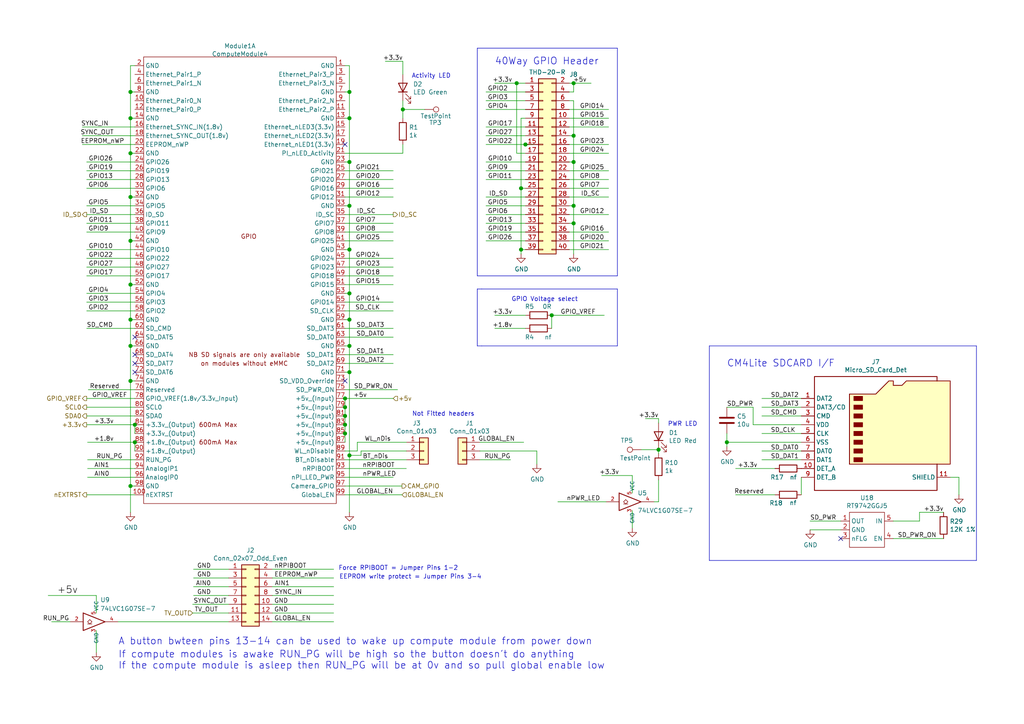
<source format=kicad_sch>
(kicad_sch (version 20211123) (generator eeschema)
  (paper "A4")
  (title_block (title "Compute Module 4 IO Board - GPIO - Ethernet") (rev "1") (company "© 2020-2022 Raspberry Pi Ltd (formerly Raspberry Pi (Trading) Ltd.)") (comment 1 "www.raspberrypi.com"))
  (lib_symbols
    (symbol "CM4IO:74LVC1G07_copy"
      (property "Reference" "U" (at -2.54 3.81 0))
      (property "Value" "74LVC1G07_copy" (at 0 -3.81 0))
      (symbol "74LVC1G07_copy_1_1"
        (pin input line (at -7.62 0 0) (length 3.81) (name "~") (number "2"))
        (pin power_in line (at 0 -2.54 270) (length 0) (name "GND") (number "3"))
        (pin open_collector line (at 6.35 0 180) (length 3.81) (name "~") (number "4"))
        (pin power_in line (at 0 2.54 90) (length 0) (name "VCC") (number "5"))
      )
    )
    (symbol "CM4IO:ComputeModule4-CM4"
      (property "Reference" "Module" (at 113.03 -68.58 0))
      (property "Value" "ComputeModule4-CM4" (at 140.97 2.54 0))
      (property "Field4" "Hirose" (at 0 0 0))
      (property "Field5" "2x DF40C-100DS-0.4V" (at 0 -2.54 0))
      (symbol "ComputeModule4-CM4_1_0"
        (text "GPIO" (at 0 6.35 0) (effects (font (size 1.27 1.27))))
      )
      (symbol "ComputeModule4-CM4_1_1"
        (text "600mA Max" (at -8.89 -53.34 0) (effects (font (size 1.27 1.27))))
        (text "600mA Max" (at -8.89 -48.26 0) (effects (font (size 1.27 1.27))))
        (text "NB SD signals are only available" (at -1.27 -27.94 0) (effects (font (size 1.27 1.27))))
        (text "on modules without eMMC" (at -1.27 -30.48 0) (effects (font (size 1.27 1.27))))
        (pin power_in line (at 27.94 55.88 180) (length 2.54) (name "GND") (number "1"))
        (pin passive line (at -33.02 45.72 0) (length 2.54) (name "Ethernet_Pair0_N") (number "10"))
        (pin output line (at -33.02 -68.58 0) (length 2.54) (name "nEXTRST") (number "100"))
        (pin passive line (at 27.94 43.18 180) (length 2.54) (name "Ethernet_Pair2_P") (number "11"))
        (pin passive line (at -33.02 43.18 0) (length 2.54) (name "Ethernet_Pair0_P") (number "12"))
        (pin power_in line (at 27.94 40.64 180) (length 2.54) (name "GND") (number "13"))
        (pin power_in line (at -33.02 40.64 0) (length 2.54) (name "GND") (number "14"))
        (pin output line (at 27.94 38.1 180) (length 2.54) (name "Ethernet_nLED3(3.3v)") (number "15"))
        (pin input line (at -33.02 38.1 0) (length 2.54) (name "Ethernet_SYNC_IN(1.8v)") (number "16"))
        (pin output line (at 27.94 35.56 180) (length 2.54) (name "Ethernet_nLED2(3.3v)") (number "17"))
        (pin input line (at -33.02 35.56 0) (length 2.54) (name "Ethernet_SYNC_OUT(1.8v)") (number "18"))
        (pin output line (at 27.94 33.02 180) (length 2.54) (name "Ethernet_nLED1(3.3v)") (number "19"))
        (pin power_in line (at -33.02 55.88 0) (length 2.54) (name "GND") (number "2"))
        (pin passive line (at -33.02 33.02 0) (length 2.54) (name "EEPROM_nWP") (number "20"))
        (pin open_collector line (at 27.94 30.48 180) (length 2.54) (name "PI_nLED_Activity") (number "21"))
        (pin power_in line (at -33.02 30.48 0) (length 2.54) (name "GND") (number "22"))
        (pin power_in line (at 27.94 27.94 180) (length 2.54) (name "GND") (number "23"))
        (pin passive line (at -33.02 27.94 0) (length 2.54) (name "GPIO26") (number "24"))
        (pin passive line (at 27.94 25.4 180) (length 2.54) (name "GPIO21") (number "25"))
        (pin passive line (at -33.02 25.4 0) (length 2.54) (name "GPIO19") (number "26"))
        (pin passive line (at 27.94 22.86 180) (length 2.54) (name "GPIO20") (number "27"))
        (pin passive line (at -33.02 22.86 0) (length 2.54) (name "GPIO13") (number "28"))
        (pin passive line (at 27.94 20.32 180) (length 2.54) (name "GPIO16") (number "29"))
        (pin passive line (at 27.94 53.34 180) (length 2.54) (name "Ethernet_Pair3_P") (number "3"))
        (pin passive line (at -33.02 20.32 0) (length 2.54) (name "GPIO6") (number "30"))
        (pin passive line (at 27.94 17.78 180) (length 2.54) (name "GPIO12") (number "31"))
        (pin power_in line (at -33.02 17.78 0) (length 2.54) (name "GND") (number "32"))
        (pin power_in line (at 27.94 15.24 180) (length 2.54) (name "GND") (number "33"))
        (pin passive line (at -33.02 15.24 0) (length 2.54) (name "GPIO5") (number "34"))
        (pin passive line (at 27.94 12.7 180) (length 2.54) (name "ID_SC") (number "35"))
        (pin passive line (at -33.02 12.7 0) (length 2.54) (name "ID_SD") (number "36"))
        (pin passive line (at 27.94 10.16 180) (length 2.54) (name "GPIO7") (number "37"))
        (pin passive line (at -33.02 10.16 0) (length 2.54) (name "GPIO11") (number "38"))
        (pin passive line (at 27.94 7.62 180) (length 2.54) (name "GPIO8") (number "39"))
        (pin passive line (at -33.02 53.34 0) (length 2.54) (name "Ethernet_Pair1_P") (number "4"))
        (pin passive line (at -33.02 7.62 0) (length 2.54) (name "GPIO9") (number "40"))
        (pin passive line (at 27.94 5.08 180) (length 2.54) (name "GPIO25") (number "41"))
        (pin power_in line (at -33.02 5.08 0) (length 2.54) (name "GND") (number "42"))
        (pin power_in line (at 27.94 2.54 180) (length 2.54) (name "GND") (number "43"))
        (pin passive line (at -33.02 2.54 0) (length 2.54) (name "GPIO10") (number "44"))
        (pin passive line (at 27.94 0 180) (length 2.54) (name "GPIO24") (number "45"))
        (pin passive line (at -33.02 0 0) (length 2.54) (name "GPIO22") (number "46"))
        (pin passive line (at 27.94 -2.54 180) (length 2.54) (name "GPIO23") (number "47"))
        (pin passive line (at -33.02 -2.54 0) (length 2.54) (name "GPIO27") (number "48"))
        (pin passive line (at 27.94 -5.08 180) (length 2.54) (name "GPIO18") (number "49"))
        (pin passive line (at 27.94 50.8 180) (length 2.54) (name "Ethernet_Pair3_N") (number "5"))
        (pin passive line (at -33.02 -5.08 0) (length 2.54) (name "GPIO17") (number "50"))
        (pin passive line (at 27.94 -7.62 180) (length 2.54) (name "GPIO15") (number "51"))
        (pin power_in line (at -33.02 -7.62 0) (length 2.54) (name "GND") (number "52"))
        (pin power_in line (at 27.94 -10.16 180) (length 2.54) (name "GND") (number "53"))
        (pin passive line (at -33.02 -10.16 0) (length 2.54) (name "GPIO4") (number "54"))
        (pin passive line (at 27.94 -12.7 180) (length 2.54) (name "GPIO14") (number "55"))
        (pin passive line (at -33.02 -12.7 0) (length 2.54) (name "GPIO3") (number "56"))
        (pin passive line (at 27.94 -15.24 180) (length 2.54) (name "SD_CLK") (number "57"))
        (pin passive line (at -33.02 -15.24 0) (length 2.54) (name "GPIO2") (number "58"))
        (pin power_in line (at 27.94 -17.78 180) (length 2.54) (name "GND") (number "59"))
        (pin passive line (at -33.02 50.8 0) (length 2.54) (name "Ethernet_Pair1_N") (number "6"))
        (pin power_in line (at -33.02 -17.78 0) (length 2.54) (name "GND") (number "60"))
        (pin passive line (at 27.94 -20.32 180) (length 2.54) (name "SD_DAT3") (number "61"))
        (pin passive line (at -33.02 -20.32 0) (length 2.54) (name "SD_CMD") (number "62"))
        (pin passive line (at 27.94 -22.86 180) (length 2.54) (name "SD_DAT0") (number "63"))
        (pin passive line (at -33.02 -22.86 0) (length 2.54) (name "SD_DAT5") (number "64"))
        (pin power_in line (at 27.94 -25.4 180) (length 2.54) (name "GND") (number "65"))
        (pin power_in line (at -33.02 -25.4 0) (length 2.54) (name "GND") (number "66"))
        (pin passive line (at 27.94 -27.94 180) (length 2.54) (name "SD_DAT1") (number "67"))
        (pin passive line (at -33.02 -27.94 0) (length 2.54) (name "SD_DAT4") (number "68"))
        (pin passive line (at 27.94 -30.48 180) (length 2.54) (name "SD_DAT2") (number "69"))
        (pin power_in line (at 27.94 48.26 180) (length 2.54) (name "GND") (number "7"))
        (pin passive line (at -33.02 -30.48 0) (length 2.54) (name "SD_DAT7") (number "70"))
        (pin power_in line (at 27.94 -33.02 180) (length 2.54) (name "GND") (number "71"))
        (pin passive line (at -33.02 -33.02 0) (length 2.54) (name "SD_DAT6") (number "72"))
        (pin input line (at 27.94 -35.56 180) (length 2.54) (name "SD_VDD_Override") (number "73"))
        (pin power_in line (at -33.02 -35.56 0) (length 2.54) (name "GND") (number "74"))
        (pin output line (at 27.94 -38.1 180) (length 2.54) (name "SD_PWR_ON") (number "75"))
        (pin passive line (at -33.02 -38.1 0) (length 2.54) (name "Reserved") (number "76"))
        (pin power_in line (at 27.94 -40.64 180) (length 2.54) (name "+5v_(Input)") (number "77"))
        (pin power_in line (at -33.02 -40.64 0) (length 2.54) (name "GPIO_VREF(1.8v/3.3v_Input)") (number "78"))
        (pin power_in line (at 27.94 -43.18 180) (length 2.54) (name "+5v_(Input)") (number "79"))
        (pin power_in line (at -33.02 48.26 0) (length 2.54) (name "GND") (number "8"))
        (pin passive line (at -33.02 -43.18 0) (length 2.54) (name "SCL0") (number "80"))
        (pin power_in line (at 27.94 -45.72 180) (length 2.54) (name "+5v_(Input)") (number "81"))
        (pin passive line (at -33.02 -45.72 0) (length 2.54) (name "SDA0") (number "82"))
        (pin power_in line (at 27.94 -48.26 180) (length 2.54) (name "+5v_(Input)") (number "83"))
        (pin power_out line (at -33.02 -48.26 0) (length 2.54) (name "+3.3v_(Output)") (number "84"))
        (pin power_in line (at 27.94 -50.8 180) (length 2.54) (name "+5v_(Input)") (number "85"))
        (pin power_out line (at -33.02 -50.8 0) (length 2.54) (name "+3.3v_(Output)") (number "86"))
        (pin power_in line (at 27.94 -53.34 180) (length 2.54) (name "+5v_(Input)") (number "87"))
        (pin power_out line (at -33.02 -53.34 0) (length 2.54) (name "+1.8v_(Output)") (number "88"))
        (pin input line (at 27.94 -55.88 180) (length 2.54) (name "WL_nDisable") (number "89"))
        (pin passive line (at 27.94 45.72 180) (length 2.54) (name "Ethernet_Pair2_N") (number "9"))
        (pin power_out line (at -33.02 -55.88 0) (length 2.54) (name "+1.8v_(Output)") (number "90"))
        (pin input line (at 27.94 -58.42 180) (length 2.54) (name "BT_nDisable") (number "91"))
        (pin passive line (at -33.02 -58.42 0) (length 2.54) (name "RUN_PG") (number "92"))
        (pin input line (at 27.94 -60.96 180) (length 2.54) (name "nRPIBOOT") (number "93"))
        (pin passive line (at -33.02 -60.96 0) (length 2.54) (name "AnalogIP1") (number "94"))
        (pin output line (at 27.94 -63.5 180) (length 2.54) (name "nPI_LED_PWR") (number "95"))
        (pin passive line (at -33.02 -63.5 0) (length 2.54) (name "AnalogIP0") (number "96"))
        (pin passive line (at 27.94 -66.04 180) (length 2.54) (name "Camera_GPIO") (number "97"))
        (pin power_in line (at -33.02 -66.04 0) (length 2.54) (name "GND") (number "98"))
        (pin input line (at 27.94 -68.58 180) (length 2.54) (name "Global_EN") (number "99"))
      )
      (symbol "ComputeModule4-CM4_2_1"
        (text "High Speed Serial" (at 140.97 0 0) (effects (font (size 1.27 1.27))))
        (pin input line (at 170.18 60.96 180) (length 5.08) (name "USB_OTG_ID") (number "101"))
        (pin input line (at 109.22 60.96 0) (length 5.08) (name "PCIe_CLK_nREQ") (number "102"))
        (pin passive line (at 170.18 58.42 180) (length 5.08) (name "USB2_N") (number "103"))
        (pin passive line (at 109.22 58.42 0) (length 5.08) (name "Reserved") (number "104"))
        (pin passive line (at 170.18 55.88 180) (length 5.08) (name "USB2_P") (number "105"))
        (pin passive line (at 109.22 55.88 0) (length 5.08) (name "Reserved") (number "106"))
        (pin power_in line (at 170.18 53.34 180) (length 5.08) (name "GND") (number "107"))
        (pin power_in line (at 109.22 53.34 0) (length 5.08) (name "GND") (number "108"))
        (pin bidirectional line (at 170.18 50.8 180) (length 5.08) (name "PCIe_nRST") (number "109"))
        (pin output line (at 109.22 50.8 0) (length 5.08) (name "PCIe_CLK_P") (number "110"))
        (pin passive line (at 170.18 48.26 180) (length 5.08) (name "VDAC_COMP") (number "111"))
        (pin output line (at 109.22 48.26 0) (length 5.08) (name "PCIe_CLK_N") (number "112"))
        (pin power_in line (at 170.18 45.72 180) (length 5.08) (name "GND") (number "113"))
        (pin power_in line (at 109.22 45.72 0) (length 5.08) (name "GND") (number "114"))
        (pin input line (at 170.18 43.18 180) (length 5.08) (name "CAM1_D0_N") (number "115"))
        (pin input line (at 109.22 43.18 0) (length 5.08) (name "PCIe_RX_P") (number "116"))
        (pin input line (at 170.18 40.64 180) (length 5.08) (name "CAM1_D0_P") (number "117"))
        (pin input line (at 109.22 40.64 0) (length 5.08) (name "PCIe_RX_N") (number "118"))
        (pin power_in line (at 170.18 38.1 180) (length 5.08) (name "GND") (number "119"))
        (pin power_in line (at 109.22 38.1 0) (length 5.08) (name "GND") (number "120"))
        (pin input line (at 170.18 35.56 180) (length 5.08) (name "CAM1_D1_N") (number "121"))
        (pin output line (at 109.22 35.56 0) (length 5.08) (name "PCIe_TX_P") (number "122"))
        (pin input line (at 170.18 33.02 180) (length 5.08) (name "CAM1_D1_P") (number "123"))
        (pin output line (at 109.22 33.02 0) (length 5.08) (name "PCIe_TX_N") (number "124"))
        (pin power_in line (at 170.18 30.48 180) (length 5.08) (name "GND") (number "125"))
        (pin power_in line (at 109.22 30.48 0) (length 5.08) (name "GND") (number "126"))
        (pin input line (at 170.18 27.94 180) (length 5.08) (name "CAM1_C_N") (number "127"))
        (pin input line (at 109.22 27.94 0) (length 5.08) (name "CAM0_D0_N") (number "128"))
        (pin input line (at 170.18 25.4 180) (length 5.08) (name "CAM1_C_P") (number "129"))
        (pin input line (at 109.22 25.4 0) (length 5.08) (name "CAM0_D0_P") (number "130"))
        (pin power_in line (at 170.18 22.86 180) (length 5.08) (name "GND") (number "131"))
        (pin power_in line (at 109.22 22.86 0) (length 5.08) (name "GND") (number "132"))
        (pin input line (at 170.18 20.32 180) (length 5.08) (name "CAM1_D2_N") (number "133"))
        (pin input line (at 109.22 20.32 0) (length 5.08) (name "CAM0_D1_N") (number "134"))
        (pin input line (at 170.18 17.78 180) (length 5.08) (name "CAM1_D2_P") (number "135"))
        (pin input line (at 109.22 17.78 0) (length 5.08) (name "CAM0_D1_P") (number "136"))
        (pin power_in line (at 170.18 15.24 180) (length 5.08) (name "GND") (number "137"))
        (pin power_in line (at 109.22 15.24 0) (length 5.08) (name "GND") (number "138"))
        (pin input line (at 170.18 12.7 180) (length 5.08) (name "CAM1_D3_N") (number "139"))
        (pin input line (at 109.22 12.7 0) (length 5.08) (name "CAM0_C_N") (number "140"))
        (pin input line (at 170.18 10.16 180) (length 5.08) (name "CAM1_D3_P") (number "141"))
        (pin input line (at 109.22 10.16 0) (length 5.08) (name "CAM0_C_P") (number "142"))
        (pin input line (at 170.18 7.62 180) (length 5.08) (name "HDMI1_HOTPLUG") (number "143"))
        (pin power_in line (at 109.22 7.62 0) (length 5.08) (name "GND") (number "144"))
        (pin bidirectional line (at 170.18 5.08 180) (length 5.08) (name "HDMI1_SDA") (number "145"))
        (pin output line (at 109.22 5.08 0) (length 5.08) (name "HDMI1_TX2_P") (number "146"))
        (pin open_collector line (at 170.18 2.54 180) (length 5.08) (name "HDMI1_SCL") (number "147"))
        (pin output line (at 109.22 2.54 0) (length 5.08) (name "HDMI1_TX2_N") (number "148"))
        (pin open_collector line (at 170.18 0 180) (length 5.08) (name "HDMI1_CEC") (number "149"))
        (pin power_in line (at 109.22 0 0) (length 5.08) (name "GND") (number "150"))
        (pin open_collector line (at 170.18 -2.54 180) (length 5.08) (name "HDMI0_CEC") (number "151"))
        (pin output line (at 109.22 -2.54 0) (length 5.08) (name "HDMI1_TX1_P") (number "152"))
        (pin input line (at 170.18 -5.08 180) (length 5.08) (name "HDMI0_HOTPLUG") (number "153"))
        (pin output line (at 109.22 -5.08 0) (length 5.08) (name "HDMI1_TX1_N") (number "154"))
        (pin power_in line (at 170.18 -7.62 180) (length 5.08) (name "GND") (number "155"))
        (pin power_in line (at 109.22 -7.62 0) (length 5.08) (name "GND") (number "156"))
        (pin output line (at 170.18 -10.16 180) (length 5.08) (name "DSI0_D0_N") (number "157"))
        (pin output line (at 109.22 -10.16 0) (length 5.08) (name "HDMI1_TX0_P") (number "158"))
        (pin output line (at 170.18 -12.7 180) (length 5.08) (name "DSI0_D0_P") (number "159"))
        (pin output line (at 109.22 -12.7 0) (length 5.08) (name "HDMI1_TX0_N") (number "160"))
        (pin power_in line (at 170.18 -15.24 180) (length 5.08) (name "GND") (number "161"))
        (pin power_in line (at 109.22 -15.24 0) (length 5.08) (name "GND") (number "162"))
        (pin output line (at 170.18 -17.78 180) (length 5.08) (name "DSI0_D1_N") (number "163"))
        (pin output line (at 109.22 -17.78 0) (length 5.08) (name "HDMI1_CLK_P") (number "164"))
        (pin output line (at 170.18 -20.32 180) (length 5.08) (name "DSI0_D1_P") (number "165"))
        (pin output line (at 109.22 -20.32 0) (length 5.08) (name "HDMI1_CLK_N") (number "166"))
        (pin power_in line (at 170.18 -22.86 180) (length 5.08) (name "GND") (number "167"))
        (pin power_in line (at 109.22 -22.86 0) (length 5.08) (name "GND") (number "168"))
        (pin output line (at 170.18 -25.4 180) (length 5.08) (name "DSI0_C_N") (number "169"))
        (pin output line (at 109.22 -25.4 0) (length 5.08) (name "HDMI0_TX2_P") (number "170"))
        (pin output line (at 170.18 -27.94 180) (length 5.08) (name "DSI0_C_P") (number "171"))
        (pin output line (at 109.22 -27.94 0) (length 5.08) (name "HDMI0_TX2_N") (number "172"))
        (pin power_in line (at 170.18 -30.48 180) (length 5.08) (name "GND") (number "173"))
        (pin power_in line (at 109.22 -30.48 0) (length 5.08) (name "GND") (number "174"))
        (pin output line (at 170.18 -33.02 180) (length 5.08) (name "DSI1_D0_N") (number "175"))
        (pin output line (at 109.22 -33.02 0) (length 5.08) (name "HDMI0_TX1_P") (number "176"))
        (pin output line (at 170.18 -35.56 180) (length 5.08) (name "DSI1_D0_P") (number "177"))
        (pin output line (at 109.22 -35.56 0) (length 5.08) (name "HDMI0_TX1_N") (number "178"))
        (pin power_in line (at 170.18 -38.1 180) (length 5.08) (name "GND") (number "179"))
        (pin power_in line (at 109.22 -38.1 0) (length 5.08) (name "GND") (number "180"))
        (pin output line (at 170.18 -40.64 180) (length 5.08) (name "DSI1_D1_N") (number "181"))
        (pin output line (at 109.22 -40.64 0) (length 5.08) (name "HDMI0_TX0_P") (number "182"))
        (pin output line (at 170.18 -43.18 180) (length 5.08) (name "DSI1_D1_P") (number "183"))
        (pin output line (at 109.22 -43.18 0) (length 5.08) (name "HDMI0_TX0_N") (number "184"))
        (pin power_in line (at 170.18 -45.72 180) (length 5.08) (name "GND") (number "185"))
        (pin power_in line (at 109.22 -45.72 0) (length 5.08) (name "GND") (number "186"))
        (pin output line (at 170.18 -48.26 180) (length 5.08) (name "DSI1_C_N") (number "187"))
        (pin output line (at 109.22 -48.26 0) (length 5.08) (name "HDMI0_CLK_P") (number "188"))
        (pin output line (at 170.18 -50.8 180) (length 5.08) (name "DSI1_C_P") (number "189"))
        (pin output line (at 109.22 -50.8 0) (length 5.08) (name "HDMI0_CLK_N") (number "190"))
        (pin power_in line (at 170.18 -53.34 180) (length 5.08) (name "GND") (number "191"))
        (pin power_in line (at 109.22 -53.34 0) (length 5.08) (name "GND") (number "192"))
        (pin output line (at 170.18 -55.88 180) (length 5.08) (name "DSI1_D2_N") (number "193"))
        (pin output line (at 109.22 -55.88 0) (length 5.08) (name "DSI1_D3_N") (number "194"))
        (pin output line (at 170.18 -58.42 180) (length 5.08) (name "DSI1_D2_P") (number "195"))
        (pin output line (at 109.22 -58.42 0) (length 5.08) (name "DSI1_D3_P") (number "196"))
        (pin power_in line (at 170.18 -60.96 180) (length 5.08) (name "GND") (number "197"))
        (pin power_in line (at 109.22 -60.96 0) (length 5.08) (name "GND") (number "198"))
        (pin bidirectional line (at 170.18 -63.5 180) (length 5.08) (name "HDMI0_SDA") (number "199"))
        (pin open_collector line (at 109.22 -63.5 0) (length 5.08) (name "HDMI0_SCL") (number "200"))
      )
    )
    (symbol "CM4IO:RT9742GGJ5"
      (property "Reference" "U" (at 0 0 0))
      (property "Value" "RT9742GGJ5" (at 0 0 0))
      (symbol "RT9742GGJ5_0_0"
        (pin power_out line (at -8.89 10.16 0) (length 2.54) (name "OUT") (number "1"))
        (pin power_in line (at -8.89 7.62 0) (length 2.54) (name "GND") (number "2"))
        (pin open_collector line (at -8.89 5.08 0) (length 2.54) (name "nFLG") (number "3"))
        (pin input line (at 6.35 5.08 180) (length 2.54) (name "EN") (number "4"))
        (pin power_in line (at 6.35 10.16 180) (length 2.54) (name "IN") (number "5"))
      )
    )
    (symbol "Connector:Micro_SD_Card_Det"
      (property "Reference" "J" (at -16.51 17.78 0))
      (property "Value" "Micro_SD_Card_Det" (at 16.51 17.78 0))
      (symbol "Micro_SD_Card_Det_1_1"
        (pin bidirectional line (at -22.86 10.16 0) (length 3.81) (name "DAT2") (number "1"))
        (pin passive line (at -22.86 -10.16 0) (length 3.81) (name "DET_A") (number "10"))
        (pin passive line (at 20.32 -12.7 180) (length 3.81) (name "SHIELD") (number "11"))
        (pin bidirectional line (at -22.86 7.62 0) (length 3.81) (name "DAT3/CD") (number "2"))
        (pin input line (at -22.86 5.08 0) (length 3.81) (name "CMD") (number "3"))
        (pin power_in line (at -22.86 2.54 0) (length 3.81) (name "VDD") (number "4"))
        (pin input line (at -22.86 0 0) (length 3.81) (name "CLK") (number "5"))
        (pin power_in line (at -22.86 -2.54 0) (length 3.81) (name "VSS") (number "6"))
        (pin bidirectional line (at -22.86 -5.08 0) (length 3.81) (name "DAT0") (number "7"))
        (pin bidirectional line (at -22.86 -7.62 0) (length 3.81) (name "DAT1") (number "8"))
        (pin passive line (at -22.86 -12.7 0) (length 3.81) (name "DET_B") (number "9"))
      )
    )
    (symbol "Connector:TestPoint" (pin_numbers hide) (pin_names (offset 0.762) hide)
      (property "Reference" "TP" (at 0 6.858 0))
      (property "Value" "TestPoint" (at 0 5.08 0))
      (symbol "TestPoint_1_1"
        (pin passive line (at 0 0 90) (length 2.54) (name "1") (number "1"))
      )
    )
    (symbol "Connector_Generic:Conn_01x03" (pin_names hide)
      (property "Reference" "J" (at 0 5.08 0))
      (property "Value" "Conn_01x03" (at 0 -5.08 0))
      (symbol "Conn_01x03_1_1"
        (pin passive line (at -5.08 2.54 0) (length 3.81) (name "Pin_1") (number "1"))
        (pin passive line (at -5.08 0 0) (length 3.81) (name "Pin_2") (number "2"))
        (pin passive line (at -5.08 -2.54 0) (length 3.81) (name "Pin_3") (number "3"))
      )
    )
    (symbol "Connector_Generic:Conn_02x07_Odd_Even" (pin_names hide)
      (property "Reference" "J" (at 1.27 10.16 0))
      (property "Value" "Conn_02x07_Odd_Even" (at 1.27 -10.16 0))
      (symbol "Conn_02x07_Odd_Even_1_1"
        (pin passive line (at -5.08 7.62 0) (length 3.81) (name "Pin_1") (number "1"))
        (pin passive line (at 7.62 -2.54 180) (length 3.81) (name "Pin_10") (number "10"))
        (pin passive line (at -5.08 -5.08 0) (length 3.81) (name "Pin_11") (number "11"))
        (pin passive line (at 7.62 -5.08 180) (length 3.81) (name "Pin_12") (number "12"))
        (pin passive line (at -5.08 -7.62 0) (length 3.81) (name "Pin_13") (number "13"))
        (pin passive line (at 7.62 -7.62 180) (length 3.81) (name "Pin_14") (number "14"))
        (pin passive line (at 7.62 7.62 180) (length 3.81) (name "Pin_2") (number "2"))
        (pin passive line (at -5.08 5.08 0) (length 3.81) (name "Pin_3") (number "3"))
        (pin passive line (at 7.62 5.08 180) (length 3.81) (name "Pin_4") (number "4"))
        (pin passive line (at -5.08 2.54 0) (length 3.81) (name "Pin_5") (number "5"))
        (pin passive line (at 7.62 2.54 180) (length 3.81) (name "Pin_6") (number "6"))
        (pin passive line (at -5.08 0 0) (length 3.81) (name "Pin_7") (number "7"))
        (pin passive line (at 7.62 0 180) (length 3.81) (name "Pin_8") (number "8"))
        (pin passive line (at -5.08 -2.54 0) (length 3.81) (name "Pin_9") (number "9"))
      )
    )
    (symbol "Connector_Generic:Conn_02x20_Odd_Even" (pin_names hide)
      (property "Reference" "J" (at 1.27 25.4 0))
      (property "Value" "Conn_02x20_Odd_Even" (at 1.27 -27.94 0))
      (symbol "Conn_02x20_Odd_Even_1_1"
        (pin passive line (at -5.08 22.86 0) (length 3.81) (name "Pin_1") (number "1"))
        (pin passive line (at 7.62 12.7 180) (length 3.81) (name "Pin_10") (number "10"))
        (pin passive line (at -5.08 10.16 0) (length 3.81) (name "Pin_11") (number "11"))
        (pin passive line (at 7.62 10.16 180) (length 3.81) (name "Pin_12") (number "12"))
        (pin passive line (at -5.08 7.62 0) (length 3.81) (name "Pin_13") (number "13"))
        (pin passive line (at 7.62 7.62 180) (length 3.81) (name "Pin_14") (number "14"))
        (pin passive line (at -5.08 5.08 0) (length 3.81) (name "Pin_15") (number "15"))
        (pin passive line (at 7.62 5.08 180) (length 3.81) (name "Pin_16") (number "16"))
        (pin passive line (at -5.08 2.54 0) (length 3.81) (name "Pin_17") (number "17"))
        (pin passive line (at 7.62 2.54 180) (length 3.81) (name "Pin_18") (number "18"))
        (pin passive line (at -5.08 0 0) (length 3.81) (name "Pin_19") (number "19"))
        (pin passive line (at 7.62 22.86 180) (length 3.81) (name "Pin_2") (number "2"))
        (pin passive line (at 7.62 0 180) (length 3.81) (name "Pin_20") (number "20"))
        (pin passive line (at -5.08 -2.54 0) (length 3.81) (name "Pin_21") (number "21"))
        (pin passive line (at 7.62 -2.54 180) (length 3.81) (name "Pin_22") (number "22"))
        (pin passive line (at -5.08 -5.08 0) (length 3.81) (name "Pin_23") (number "23"))
        (pin passive line (at 7.62 -5.08 180) (length 3.81) (name "Pin_24") (number "24"))
        (pin passive line (at -5.08 -7.62 0) (length 3.81) (name "Pin_25") (number "25"))
        (pin passive line (at 7.62 -7.62 180) (length 3.81) (name "Pin_26") (number "26"))
        (pin passive line (at -5.08 -10.16 0) (length 3.81) (name "Pin_27") (number "27"))
        (pin passive line (at 7.62 -10.16 180) (length 3.81) (name "Pin_28") (number "28"))
        (pin passive line (at -5.08 -12.7 0) (length 3.81) (name "Pin_29") (number "29"))
        (pin passive line (at -5.08 20.32 0) (length 3.81) (name "Pin_3") (number "3"))
        (pin passive line (at 7.62 -12.7 180) (length 3.81) (name "Pin_30") (number "30"))
        (pin passive line (at -5.08 -15.24 0) (length 3.81) (name "Pin_31") (number "31"))
        (pin passive line (at 7.62 -15.24 180) (length 3.81) (name "Pin_32") (number "32"))
        (pin passive line (at -5.08 -17.78 0) (length 3.81) (name "Pin_33") (number "33"))
        (pin passive line (at 7.62 -17.78 180) (length 3.81) (name "Pin_34") (number "34"))
        (pin passive line (at -5.08 -20.32 0) (length 3.81) (name "Pin_35") (number "35"))
        (pin passive line (at 7.62 -20.32 180) (length 3.81) (name "Pin_36") (number "36"))
        (pin passive line (at -5.08 -22.86 0) (length 3.81) (name "Pin_37") (number "37"))
        (pin passive line (at 7.62 -22.86 180) (length 3.81) (name "Pin_38") (number "38"))
        (pin passive line (at -5.08 -25.4 0) (length 3.81) (name "Pin_39") (number "39"))
        (pin passive line (at 7.62 20.32 180) (length 3.81) (name "Pin_4") (number "4"))
        (pin passive line (at 7.62 -25.4 180) (length 3.81) (name "Pin_40") (number "40"))
        (pin passive line (at -5.08 17.78 0) (length 3.81) (name "Pin_5") (number "5"))
        (pin passive line (at 7.62 17.78 180) (length 3.81) (name "Pin_6") (number "6"))
        (pin passive line (at -5.08 15.24 0) (length 3.81) (name "Pin_7") (number "7"))
        (pin passive line (at 7.62 15.24 180) (length 3.81) (name "Pin_8") (number "8"))
        (pin passive line (at -5.08 12.7 0) (length 3.81) (name "Pin_9") (number "9"))
      )
    )
    (symbol "Device:C" (pin_numbers hide) (pin_names (offset 0.254))
      (property "Reference" "C" (at 0.635 2.54 0))
      (property "Value" "C" (at 0.635 -2.54 0))
      (symbol "C_1_1"
        (pin passive line (at 0 3.81 270) (length 2.794) (name "~") (number "1"))
        (pin passive line (at 0 -3.81 90) (length 2.794) (name "~") (number "2"))
      )
    )
    (symbol "Device:LED" (pin_numbers hide) (pin_names hide)
      (property "Reference" "D" (at 0 2.54 0))
      (property "Value" "LED" (at 0 -2.54 0))
      (symbol "LED_1_1"
        (pin passive line (at -3.81 0 0) (length 2.54) (name "K") (number "1"))
        (pin passive line (at 3.81 0 180) (length 2.54) (name "A") (number "2"))
      )
    )
    (symbol "Device:R" (pin_numbers hide) (pin_names (offset 0))
      (property "Reference" "R" (at 2.032 0 90))
      (property "Value" "R" (at 0 0 90))
      (symbol "R_1_1"
        (pin passive line (at 0 3.81 270) (length 1.27) (name "~") (number "1"))
        (pin passive line (at 0 -3.81 90) (length 1.27) (name "~") (number "2"))
      )
    )
    (symbol "power:GND" (power) (pin_names (offset 0))
      (property "Value" "GND" (at 0 -3.81 0))
      (symbol "GND_1_1"
        (pin power_in line (at 0 0 270) (length 0) hide (name "GND") (number "1"))
      )
    )
  )
  (junction (at 37.846 92.71) (diameter 1.016))
  (junction (at 101.346 132.08) (diameter 1.016))
  (junction (at 166.37 39.37) (diameter 1.016))
  (junction (at 101.346 59.69) (diameter 1.016))
  (junction (at 151.13 54.61) (diameter 1.016))
  (junction (at 166.37 24.13) (diameter 1.016))
  (junction (at 101.346 46.99) (diameter 1.016))
  (junction (at 160.02 91.44) (diameter 1.016))
  (junction (at 101.346 72.39) (diameter 1.016))
  (junction (at 101.346 26.67) (diameter 1.016))
  (junction (at 151.13 72.39) (diameter 1.016))
  (junction (at 100.076 125.73) (diameter 1.016))
  (junction (at 101.346 85.09) (diameter 1.016))
  (junction (at 166.37 64.77) (diameter 1.016))
  (junction (at 37.846 69.85) (diameter 1.016))
  (junction (at 37.846 26.67) (diameter 1.016))
  (junction (at 100.076 120.65) (diameter 1.016))
  (junction (at 37.846 100.33) (diameter 1.016))
  (junction (at 37.846 44.45) (diameter 1.016))
  (junction (at 39.116 123.19) (diameter 1.016))
  (junction (at 116.84 31.75) (diameter 1.016))
  (junction (at 101.346 107.95) (diameter 1.016))
  (junction (at 101.346 34.29) (diameter 1.016))
  (junction (at 149.86 24.13) (diameter 1.016))
  (junction (at 166.37 46.99) (diameter 1.016))
  (junction (at 191.008 130.429) (diameter 1.016))
  (junction (at 210.82 128.27) (diameter 1.016))
  (junction (at 101.346 92.71) (diameter 1.016))
  (junction (at 100.076 115.57) (diameter 1.016))
  (junction (at 100.076 123.19) (diameter 1.016))
  (junction (at 101.346 100.33) (diameter 1.016))
  (junction (at 37.846 82.55) (diameter 1.016))
  (junction (at 166.37 59.69) (diameter 1.016))
  (junction (at 39.116 128.27) (diameter 1.016))
  (junction (at 37.846 110.49) (diameter 1.016))
  (junction (at 37.846 34.29) (diameter 1.016))
  (junction (at 37.846 57.15) (diameter 1.016))
  (junction (at 37.846 140.97) (diameter 1.016))
  (junction (at 152.4 41.91) (diameter 1.016))
  (junction (at 100.076 118.11) (diameter 1.016))
  (no_connect (at 243.84 156.21))
  (no_connect (at 100.076 110.49))
  (no_connect (at 39.116 97.79))
  (no_connect (at 100.076 41.91))
  (no_connect (at 39.116 107.95))
  (no_connect (at 39.116 105.41))
  (no_connect (at 39.116 102.87))
  (wire (pts (xy 25.146 118.11) (xy 39.116 118.11)))
  (wire (pts (xy 23.876 36.83) (xy 39.116 36.83)))
  (wire (pts (xy 37.846 57.15) (xy 39.116 57.15)))
  (wire (pts (xy 78.994 175.26) (xy 96.774 175.26)))
  (wire (pts (xy 166.37 64.77) (xy 166.37 73.66)))
  (wire (pts (xy 100.076 44.45) (xy 116.84 44.45)))
  (wire (pts (xy 140.97 39.37) (xy 152.4 39.37)))
  (wire (pts (xy 166.37 29.21) (xy 166.37 39.37)))
  (wire (pts (xy 78.994 170.18) (xy 96.774 170.18)))
  (wire (pts (xy 56.134 167.64) (xy 66.294 167.64)))
  (wire (pts (xy 101.346 132.08) (xy 101.346 148.59)))
  (polyline (pts (xy 179.07 100.33) (xy 139.7 100.33)) (stroke (width 0) (type solid)))
  (wire (pts (xy 101.346 46.99) (xy 101.346 59.69)))
  (wire (pts (xy 37.846 44.45) (xy 37.846 57.15)))
  (wire (pts (xy 140.97 52.07) (xy 152.4 52.07)))
  (wire (pts (xy 100.076 85.09) (xy 101.346 85.09)))
  (wire (pts (xy 56.134 170.18) (xy 66.294 170.18)))
  (wire (pts (xy 143.51 95.25) (xy 152.4 95.25)))
  (wire (pts (xy 25.146 90.17) (xy 39.116 90.17)))
  (wire (pts (xy 140.97 64.77) (xy 152.4 64.77)))
  (polyline (pts (xy 139.7 83.82) (xy 138.43 83.82)) (stroke (width 0) (type solid)))
  (wire (pts (xy 183.388 137.922) (xy 174.498 137.922)))
  (wire (pts (xy 166.37 64.77) (xy 166.37 59.69)))
  (wire (pts (xy 27.94 172.72) (xy 27.94 177.8)))
  (wire (pts (xy 25.4 138.43) (xy 39.116 138.43)))
  (wire (pts (xy 100.076 80.01) (xy 114.046 80.01)))
  (wire (pts (xy 103.632 128.27) (xy 117.856 128.27)))
  (wire (pts (xy 100.076 34.29) (xy 101.346 34.29)))
  (wire (pts (xy 140.97 31.75) (xy 152.4 31.75)))
  (polyline (pts (xy 205.74 162.56) (xy 205.74 100.33)) (stroke (width 0) (type solid)))
  (wire (pts (xy 139.192 133.35) (xy 148.082 133.35)))
  (wire (pts (xy 25.146 115.57) (xy 39.116 115.57)))
  (wire (pts (xy 100.076 52.07) (xy 114.046 52.07)))
  (wire (pts (xy 140.97 62.23) (xy 152.4 62.23)))
  (wire (pts (xy 101.346 85.09) (xy 101.346 92.71)))
  (wire (pts (xy 166.37 46.99) (xy 165.1 46.99)))
  (wire (pts (xy 37.846 19.05) (xy 37.846 26.67)))
  (wire (pts (xy 25.146 59.69) (xy 39.116 59.69)))
  (wire (pts (xy 166.37 39.37) (xy 165.1 39.37)))
  (wire (pts (xy 100.076 87.63) (xy 114.046 87.63)))
  (wire (pts (xy 56.134 172.72) (xy 66.294 172.72)))
  (wire (pts (xy 100.076 133.35) (xy 117.856 133.35)))
  (wire (pts (xy 78.994 172.72) (xy 96.774 172.72)))
  (wire (pts (xy 37.846 69.85) (xy 39.116 69.85)))
  (wire (pts (xy 100.076 19.05) (xy 101.346 19.05)))
  (wire (pts (xy 140.97 29.21) (xy 152.4 29.21)))
  (wire (pts (xy 25.4 133.35) (xy 39.116 133.35)))
  (wire (pts (xy 100.076 67.31) (xy 114.046 67.31)))
  (wire (pts (xy 100.076 107.95) (xy 101.346 107.95)))
  (wire (pts (xy 23.876 39.37) (xy 39.116 39.37)))
  (wire (pts (xy 100.076 140.97) (xy 116.586 140.97)))
  (polyline (pts (xy 179.07 13.97) (xy 138.43 13.97)) (stroke (width 0) (type solid)))
  (wire (pts (xy 213.36 135.89) (xy 224.79 135.89)))
  (wire (pts (xy 100.076 46.99) (xy 101.346 46.99)))
  (wire (pts (xy 100.076 138.43) (xy 114.046 138.43)))
  (wire (pts (xy 101.346 132.08) (xy 104.7242 132.08)))
  (wire (pts (xy 100.076 26.67) (xy 101.346 26.67)))
  (wire (pts (xy 143.51 24.13) (xy 149.86 24.13)))
  (wire (pts (xy 165.1 24.13) (xy 166.37 24.13)))
  (wire (pts (xy 266.7 148.59) (xy 266.7 151.13)))
  (wire (pts (xy 39.116 19.05) (xy 37.846 19.05)))
  (wire (pts (xy 191.008 121.412) (xy 187.198 121.412)))
  (wire (pts (xy 25.4 128.27) (xy 39.116 128.27)))
  (wire (pts (xy 100.076 120.65) (xy 100.076 123.19)))
  (wire (pts (xy 34.29 180.34) (xy 66.294 180.34)))
  (wire (pts (xy 243.84 151.13) (xy 234.95 151.13)))
  (wire (pts (xy 100.076 82.55) (xy 114.046 82.55)))
  (wire (pts (xy 39.116 128.27) (xy 39.37 128.27)))
  (wire (pts (xy 39.116 140.97) (xy 37.846 140.97)))
  (wire (pts (xy 218.44 123.19) (xy 218.44 118.11)))
  (wire (pts (xy 25.146 46.99) (xy 39.116 46.99)))
  (wire (pts (xy 25.146 120.65) (xy 39.116 120.65)))
  (wire (pts (xy 13.97 172.72) (xy 27.94 172.72)))
  (wire (pts (xy 140.97 49.53) (xy 152.4 49.53)))
  (wire (pts (xy 165.1 36.83) (xy 176.53 36.83)))
  (wire (pts (xy 232.41 138.43) (xy 232.41 143.51)))
  (wire (pts (xy 100.076 115.57) (xy 114.046 115.57)))
  (wire (pts (xy 78.994 180.34) (xy 96.774 180.34)))
  (wire (pts (xy 101.346 92.71) (xy 101.346 100.33)))
  (wire (pts (xy 37.846 82.55) (xy 39.116 82.55)))
  (wire (pts (xy 160.02 91.44) (xy 160.02 95.25)))
  (wire (pts (xy 165.1 29.21) (xy 166.37 29.21)))
  (wire (pts (xy 100.076 62.23) (xy 114.046 62.23)))
  (wire (pts (xy 101.346 72.39) (xy 101.346 85.09)))
  (wire (pts (xy 25.146 54.61) (xy 39.116 54.61)))
  (wire (pts (xy 100.076 69.85) (xy 114.046 69.85)))
  (wire (pts (xy 151.13 34.29) (xy 151.13 54.61)))
  (polyline (pts (xy 179.07 13.97) (xy 179.07 80.01)) (stroke (width 0) (type solid)))
  (wire (pts (xy 191.008 122.682) (xy 191.008 121.412)))
  (wire (pts (xy 37.846 92.71) (xy 39.116 92.71)))
  (wire (pts (xy 151.13 54.61) (xy 152.4 54.61)))
  (wire (pts (xy 56.134 165.1) (xy 66.294 165.1)))
  (wire (pts (xy 100.076 77.47) (xy 114.046 77.47)))
  (polyline (pts (xy 138.43 100.33) (xy 138.43 83.82)) (stroke (width 0) (type solid)))
  (wire (pts (xy 37.846 110.49) (xy 37.846 140.97)))
  (wire (pts (xy 149.86 24.13) (xy 149.86 44.45)))
  (polyline (pts (xy 179.07 83.82) (xy 179.07 100.33)) (stroke (width 0) (type solid)))
  (wire (pts (xy 165.1 31.75) (xy 176.53 31.75)))
  (wire (pts (xy 100.076 125.73) (xy 100.076 128.27)))
  (wire (pts (xy 140.97 67.31) (xy 152.4 67.31)))
  (wire (pts (xy 25.146 62.23) (xy 39.116 62.23)))
  (wire (pts (xy 165.1 67.31) (xy 176.53 67.31)))
  (wire (pts (xy 114.046 90.17) (xy 100.076 90.17)))
  (wire (pts (xy 165.1 69.85) (xy 176.53 69.85)))
  (wire (pts (xy 100.076 59.69) (xy 101.346 59.69)))
  (wire (pts (xy 25.146 52.07) (xy 39.116 52.07)))
  (wire (pts (xy 139.192 130.81) (xy 155.702 130.81)))
  (wire (pts (xy 100.076 118.11) (xy 100.076 120.65)))
  (wire (pts (xy 25.146 95.25) (xy 39.116 95.25)))
  (wire (pts (xy 165.1 54.61) (xy 176.53 54.61)))
  (wire (pts (xy 25.4 135.89) (xy 39.116 135.89)))
  (wire (pts (xy 183.388 148.082) (xy 183.388 153.162)))
  (wire (pts (xy 191.008 139.192) (xy 191.008 145.542)))
  (wire (pts (xy 160.02 91.44) (xy 175.26 91.44)))
  (wire (pts (xy 259.08 156.21) (xy 273.685 156.21)))
  (wire (pts (xy 232.41 133.35) (xy 220.98 133.35)))
  (wire (pts (xy 100.076 123.19) (xy 100.076 125.73)))
  (wire (pts (xy 23.876 41.91) (xy 39.116 41.91)))
  (wire (pts (xy 140.97 36.83) (xy 152.4 36.83)))
  (wire (pts (xy 165.1 49.53) (xy 176.53 49.53)))
  (wire (pts (xy 191.008 130.302) (xy 191.008 130.429)))
  (wire (pts (xy 165.1 57.15) (xy 176.53 57.15)))
  (wire (pts (xy 151.13 54.61) (xy 151.13 72.39)))
  (wire (pts (xy 25.146 85.09) (xy 39.116 85.09)))
  (wire (pts (xy 25.146 49.53) (xy 39.116 49.53)))
  (wire (pts (xy 243.84 153.67) (xy 234.95 153.67)))
  (wire (pts (xy 78.994 167.64) (xy 96.774 167.64)))
  (wire (pts (xy 220.98 115.57) (xy 232.41 115.57)))
  (wire (pts (xy 55.88 177.8) (xy 66.294 177.8)))
  (wire (pts (xy 37.846 100.33) (xy 39.116 100.33)))
  (wire (pts (xy 191.008 145.542) (xy 189.738 145.542)))
  (polyline (pts (xy 283.21 100.33) (xy 283.21 162.56)) (stroke (width 0) (type solid)))
  (wire (pts (xy 166.37 39.37) (xy 166.37 46.99)))
  (wire (pts (xy 25.146 143.51) (xy 39.116 143.51)))
  (wire (pts (xy 165.1 34.29) (xy 176.53 34.29)))
  (wire (pts (xy 100.076 113.03) (xy 115.316 113.03)))
  (wire (pts (xy 278.13 138.43) (xy 278.13 143.51)))
  (wire (pts (xy 140.97 69.85) (xy 152.4 69.85)))
  (wire (pts (xy 78.994 165.1) (xy 96.774 165.1)))
  (wire (pts (xy 165.1 52.07) (xy 176.53 52.07)))
  (wire (pts (xy 100.076 64.77) (xy 114.046 64.77)))
  (wire (pts (xy 100.076 49.53) (xy 114.046 49.53)))
  (wire (pts (xy 140.97 26.67) (xy 152.4 26.67)))
  (wire (pts (xy 140.97 57.15) (xy 152.4 57.15)))
  (wire (pts (xy 213.36 143.51) (xy 224.79 143.51)))
  (wire (pts (xy 101.346 26.67) (xy 101.346 34.29)))
  (wire (pts (xy 139.192 128.27) (xy 151.892 128.27)))
  (wire (pts (xy 25.146 67.31) (xy 39.116 67.31)))
  (wire (pts (xy 39.116 125.73) (xy 39.116 123.19)))
  (wire (pts (xy 78.994 177.8) (xy 96.774 177.8)))
  (wire (pts (xy 183.388 143.002) (xy 183.388 137.922)))
  (polyline (pts (xy 139.7 83.82) (xy 179.07 83.82)) (stroke (width 0) (type solid)))
  (wire (pts (xy 116.84 31.75) (xy 116.84 29.21)))
  (wire (pts (xy 25.146 64.77) (xy 39.116 64.77)))
  (wire (pts (xy 25.146 80.01) (xy 39.116 80.01)))
  (wire (pts (xy 186.0042 130.429) (xy 191.008 130.429)))
  (wire (pts (xy 100.076 74.93) (xy 114.046 74.93)))
  (wire (pts (xy 273.685 148.59) (xy 266.7 148.59)))
  (wire (pts (xy 39.116 130.81) (xy 39.116 128.27)))
  (wire (pts (xy 101.346 59.69) (xy 101.346 72.39)))
  (wire (pts (xy 166.37 59.69) (xy 166.37 46.99)))
  (polyline (pts (xy 283.21 162.56) (xy 205.74 162.56)) (stroke (width 0) (type solid)))
  (wire (pts (xy 191.008 130.429) (xy 191.008 131.572)))
  (wire (pts (xy 116.84 21.59) (xy 116.84 17.78)))
  (wire (pts (xy 210.82 125.73) (xy 210.82 128.27)))
  (wire (pts (xy 100.076 100.33) (xy 101.346 100.33)))
  (wire (pts (xy 100.076 143.51) (xy 116.586 143.51)))
  (wire (pts (xy 37.846 110.49) (xy 39.116 110.49)))
  (wire (pts (xy 220.98 130.81) (xy 232.41 130.81)))
  (wire (pts (xy 210.82 118.11) (xy 218.44 118.11)))
  (wire (pts (xy 166.37 24.13) (xy 171.45 24.13)))
  (wire (pts (xy 151.13 72.39) (xy 152.4 72.39)))
  (wire (pts (xy 37.846 44.45) (xy 39.116 44.45)))
  (wire (pts (xy 100.076 115.57) (xy 100.076 118.11)))
  (wire (pts (xy 166.37 26.67) (xy 166.37 24.13)))
  (wire (pts (xy 104.7242 132.08) (xy 104.7242 130.81)))
  (wire (pts (xy 39.116 34.29) (xy 37.846 34.29)))
  (wire (pts (xy 101.346 34.29) (xy 101.346 46.99)))
  (wire (pts (xy 149.86 44.45) (xy 152.4 44.45)))
  (wire (pts (xy 55.88 175.26) (xy 66.294 175.26)))
  (wire (pts (xy 140.97 59.69) (xy 152.4 59.69)))
  (wire (pts (xy 100.076 130.81) (xy 103.632 130.81)))
  (wire (pts (xy 37.846 34.29) (xy 37.846 44.45)))
  (wire (pts (xy 232.41 123.19) (xy 218.44 123.19)))
  (polyline (pts (xy 138.43 100.33) (xy 139.7 100.33)) (stroke (width 0) (type solid)))
  (wire (pts (xy 25.146 74.93) (xy 39.116 74.93)))
  (wire (pts (xy 114.046 102.87) (xy 100.076 102.87)))
  (wire (pts (xy 152.4 34.29) (xy 151.13 34.29)))
  (wire (pts (xy 259.08 151.13) (xy 266.7 151.13)))
  (wire (pts (xy 25.146 77.47) (xy 39.116 77.47)))
  (wire (pts (xy 100.076 57.15) (xy 114.046 57.15)))
  (wire (pts (xy 100.076 92.71) (xy 101.346 92.71)))
  (wire (pts (xy 39.116 26.67) (xy 37.846 26.67)))
  (wire (pts (xy 27.94 182.88) (xy 27.94 189.23)))
  (wire (pts (xy 37.846 82.55) (xy 37.846 92.71)))
  (wire (pts (xy 25.6032 113.03) (xy 39.116 113.03)))
  (wire (pts (xy 165.1 64.77) (xy 166.37 64.77)))
  (polyline (pts (xy 205.74 100.33) (xy 283.21 100.33)) (stroke (width 0) (type solid)))
  (wire (pts (xy 111.76 17.78) (xy 116.84 17.78)))
  (wire (pts (xy 37.846 92.71) (xy 37.846 100.33)))
  (polyline (pts (xy 138.43 80.01) (xy 179.07 80.01)) (stroke (width 0) (type solid)))
  (wire (pts (xy 37.846 100.33) (xy 37.846 110.49)))
  (wire (pts (xy 101.346 19.05) (xy 101.346 26.67)))
  (wire (pts (xy 37.846 140.97) (xy 37.846 148.59)))
  (wire (pts (xy 25.146 123.19) (xy 39.116 123.19)))
  (wire (pts (xy 140.97 46.99) (xy 152.4 46.99)))
  (wire (pts (xy 140.97 41.91) (xy 152.4 41.91)))
  (wire (pts (xy 232.41 118.11) (xy 220.98 118.11)))
  (wire (pts (xy 161.798 145.542) (xy 175.768 145.542)))
  (wire (pts (xy 232.41 125.73) (xy 220.98 125.73)))
  (wire (pts (xy 103.632 130.81) (xy 103.632 128.27)))
  (wire (pts (xy 165.1 62.23) (xy 176.53 62.23)))
  (wire (pts (xy 37.846 57.15) (xy 37.846 69.85)))
  (wire (pts (xy 275.59 138.43) (xy 278.13 138.43)))
  (wire (pts (xy 154.94 41.91) (xy 152.4 41.91)))
  (wire (pts (xy 165.1 59.69) (xy 166.37 59.69)))
  (wire (pts (xy 100.076 97.79) (xy 114.046 97.79)))
  (wire (pts (xy 101.346 100.33) (xy 101.346 107.95)))
  (wire (pts (xy 155.702 130.81) (xy 155.702 134.62)))
  (wire (pts (xy 100.076 105.41) (xy 114.046 105.41)))
  (wire (pts (xy 165.1 41.91) (xy 176.53 41.91)))
  (wire (pts (xy 210.82 128.27) (xy 210.82 129.54)))
  (wire (pts (xy 25.146 87.63) (xy 39.116 87.63)))
  (wire (pts (xy 114.046 95.25) (xy 100.076 95.25)))
  (wire (pts (xy 165.1 26.67) (xy 166.37 26.67)))
  (wire (pts (xy 143.51 91.44) (xy 152.4 91.44)))
  (wire (pts (xy 14.986 180.34) (xy 20.32 180.34)))
  (wire (pts (xy 100.076 135.89) (xy 117.856 135.89)))
  (wire (pts (xy 123.19 31.75) (xy 116.84 31.75)))
  (wire (pts (xy 116.84 34.29) (xy 116.84 31.75)))
  (wire (pts (xy 151.13 72.39) (xy 151.13 73.66)))
  (wire (pts (xy 100.076 54.61) (xy 114.046 54.61)))
  (wire (pts (xy 220.98 120.65) (xy 232.41 120.65)))
  (wire (pts (xy 25.146 72.39) (xy 39.116 72.39)))
  (wire (pts (xy 210.82 128.27) (xy 232.41 128.27)))
  (wire (pts (xy 116.84 44.45) (xy 116.84 41.91)))
  (wire (pts (xy 165.1 44.45) (xy 176.53 44.45)))
  (polyline (pts (xy 138.43 13.97) (xy 138.43 80.01)) (stroke (width 0) (type solid)))
  (wire (pts (xy 101.346 107.95) (xy 101.346 132.08)))
  (wire (pts (xy 104.7242 130.81) (xy 117.856 130.81)))
  (wire (pts (xy 152.4 24.13) (xy 149.86 24.13)))
  (wire (pts (xy 37.846 69.85) (xy 37.846 82.55)))
  (wire (pts (xy 100.076 72.39) (xy 101.346 72.39)))
  (wire (pts (xy 165.1 72.39) (xy 176.53 72.39)))
  (wire (pts (xy 37.846 26.67) (xy 37.846 34.29)))
  (text "PWR LED" (at 193.675 123.825 0) (effects (font (size 1.27 1.27)) (justify left bottom)))
  (text "40Way GPIO Header" (at 143.51 19.05 0) (effects (font (size 2.007 2.007)) (justify left bottom)))
  (text "CM4Lite SDCARD I/F" (at 210.82 106.68 0) (effects (font (size 2.007 2.007)) (justify left bottom)))
  (text "GPIO Voltage select\n" (at 167.64 87.63 180) (effects (font (size 1.27 1.27)) (justify right bottom)))
  (text "Activity LED" (at 119.38 22.86 0) (effects (font (size 1.27 1.27)) (justify left bottom)))
  (text "EEPROM write protect = Jumper Pins 3-4\n\n" (at 139.7 170.18 180) (effects (font (size 1.27 1.27)) (justify right bottom)))
  (text "Not Fitted headers" (at 137.668 120.904 180) (effects (font (size 1.27 1.27)) (justify right bottom)))
  (text "A button bwteen pins 13-14 can be used to wake up compute module from power down\n\n" (at 34.29 190.5 0) (effects (font (size 2.007 2.007)) (justify left bottom)))
  (text "If compute modules is awake RUN_PG will be high so the button doesn't do anything\nIf the compute module is asleep then RUN_PG will be at 0v and so pull global enable low" (at 34.29 194.31 0) (effects (font (size 2.007 2.007)) (justify left bottom)))
  (text "Force RPIBOOT = Jumper Pins 1-2 \n" (at 133.858 165.608 180) (effects (font (size 1.27 1.27)) (justify right bottom)))
  (label "GPIO12" (at 110.236 57.15 180))
  (label "GPIO15" (at 175.26 34.29 180))
  (label "ID_SD" (at 147.32 57.15 180))
  (label "GPIO23" (at 110.236 77.47 180))
  (label "SD_PWR_ON" (at 102.616 113.03 0))
  (label "ID_SC" (at 108.966 62.23 180))
  (label "GPIO14" (at 110.236 87.63 180))
  (label "Reserved" (at 34.671 113.03 180))
  (label "SD_DAT3" (at 223.52 118.11 0))
  (label "SD_DAT3" (at 111.506 95.25 180))
  (label "+3.3v" (at 148.59 91.44 180))
  (label "GPIO12" (at 175.26 62.23 180))
  (label "SD_DAT0" (at 223.52 130.81 0))
  (label "SD_PWR" (at 234.95 151.13 0))
  (label "GPIO11" (at 148.59 52.07 180))
  (label "GPIO18" (at 175.26 36.83 180))
  (label "nPWR_LED" (at 105.156 138.43 0))
  (label "GND" (at 83.566 175.26 180))
  (label "GPIO3" (at 147.32 29.21 180))
  (label "SD_PWR" (at 210.82 118.11 0))
  (label "+5v" (at 16.51 172.72 0) (effects (font (size 2.0066 2.0066))))
  (label "SD_DAT0" (at 111.506 97.79 180))
  (label "GPIO14" (at 175.26 31.75 180))
  (label "GPIO7" (at 173.99 54.61 180))
  (label "GPIO20" (at 110.236 52.07 180))
  (label "SD_DAT1" (at 223.52 133.35 0))
  (label "GPIO26" (at 148.59 69.85 180))
  (label "BT_nDis" (at 112.6236 133.35 180))
  (label "SD_DAT2" (at 111.506 105.41 180))
  (label "EEPROM_nWP" (at 36.068 41.91 180))
  (label "GPIO8" (at 108.966 67.31 180))
  (label "AIN0" (at 61.214 170.18 180))
  (label "GPIO26" (at 32.766 46.99 180))
  (label "+3.3v" (at 219.71 135.89 180))
  (label "GPIO5" (at 147.32 59.69 180))
  (label "SYNC_IN" (at 31.496 36.83 180))
  (label "GPIO2" (at 147.32 26.67 180))
  (label "SD_PWR_ON" (at 260.35 156.21 0))
  (label "GPIO18" (at 110.236 80.01 180))
  (label "GPIO15" (at 110.236 82.55 180))
  (label "GPIO25" (at 110.236 69.85 180))
  (label "nRPIBOOT" (at 114.5032 135.89 180))
  (label "GPIO_VREF" (at 26.67 115.57 0))
  (label "GPIO6" (at 147.32 62.23 180))
  (label "GPIO13" (at 148.59 64.77 180))
  (label "GPIO6" (at 31.496 54.61 180))
  (label "GPIO17" (at 148.59 36.83 180))
  (label "GPIO9" (at 147.32 49.53 180))
  (label "GPIO25" (at 175.26 49.53 180))
  (label "GPIO21" (at 175.26 72.39 180))
  (label "AIN1" (at 84.074 170.18 180))
  (label "GPIO13" (at 32.766 52.07 180))
  (label "GPIO_VREF" (at 162.56 91.44 0))
  (label "GPIO19" (at 148.59 67.31 180))
  (label "+3.3v" (at 191.008 121.412 180))
  (label "GPIO16" (at 110.236 54.61 180))
  (label "AIN1" (at 31.75 135.89 180))
  (label "SYNC_IN" (at 87.63 172.72 180))
  (label "SD_CMD" (at 32.766 95.25 180))
  (label "GND" (at 61.214 165.1 180))
  (label "+5v" (at 170.18 24.13 180))
  (label "RUN_PG" (at 148.082 133.35 180))
  (label "GPIO22" (at 32.766 74.93 180))
  (label "SD_CLK" (at 223.52 125.73 0))
  (label "GPIO19" (at 32.766 49.53 180))
  (label "+3.3v" (at 148.59 24.13 180))
  (label "GPIO4" (at 31.496 85.09 180))
  (label "nPWR_LED" (at 164.338 145.542 0))
  (label "GPIO5" (at 31.496 59.69 180))
  (label "+3.3v" (at 33.02 123.19 180))
  (label "GPIO10" (at 148.59 46.99 180))
  (label "+5v" (at 106.426 115.57 180))
  (label "SYNC_OUT" (at 33.02 39.37 180))
  (label "GND" (at 61.214 167.64 180))
  (label "EEPROM_nWP" (at 92.202 167.64 180))
  (label "SYNC_OUT" (at 65.786 175.26 180))
  (label "GLOBAL_EN" (at 114.046 143.51 180))
  (label "+3.3v" (at 273.685 148.59 180))
  (label "GPIO27" (at 32.766 77.47 180))
  (label "GLOBAL_EN" (at 90.17 180.34 180))
  (label "GLOBAL_EN" (at 149.352 128.27 180))
  (label "GPIO27" (at 148.59 39.37 180))
  (label "GPIO11" (at 32.766 64.77 180))
  (label "+1.8v" (at 33.02 128.27 180))
  (label "GND" (at 61.214 172.72 180))
  (label "TV_OUT" (at 63.246 177.8 180))
  (label "RUN_PG" (at 35.56 133.35 180))
  (label "GPIO20" (at 175.26 69.85 180))
  (label "GPIO7" (at 108.966 64.77 180))
  (label "SD_DAT1" (at 111.506 102.87 180))
  (label "ID_SC" (at 173.99 57.15 180))
  (label "GPIO22" (at 148.59 41.91 180))
  (label "+3.3v" (at 116.84 17.78 180))
  (label "GPIO8" (at 173.99 52.07 180))
  (label "GND" (at 83.566 177.8 180))
  (label "GPIO3" (at 31.496 87.63 180))
  (label "GPIO17" (at 32.766 80.01 180))
  (label "GPIO2" (at 31.496 90.17 180))
  (label "WL_nDis" (at 113.411 128.27 180))
  (label "ID_SD" (at 31.496 62.23 180))
  (label "GPIO9" (at 31.496 67.31 180))
  (label "nRPIBOOT" (at 88.9 165.1 180))
  (label "+3.3v" (at 179.578 137.922 180))
  (label "GPIO23" (at 175.26 41.91 180))
  (label "SD_CLK" (at 110.236 90.17 180))
  (label "GPIO24" (at 110.236 74.93 180))
  (label "+1.8v" (at 148.59 95.25 180))
  (label "SD_CMD" (at 223.52 120.65 0))
  (label "GPIO4" (at 147.32 31.75 180))
  (label "RUN_PG" (at 20.066 180.34 180))
  (label "GPIO16" (at 175.26 67.31 180))
  (label "GPIO10" (at 32.766 72.39 180))
  (label "GPIO21" (at 110.236 49.53 180))
  (label "GPIO24" (at 175.26 44.45 180))
  (label "AIN0" (at 31.75 138.43 180))
  (label "SD_DAT2" (at 223.52 115.57 0))
  (label "Reserved" (at 221.615 143.51 180))
  (hierarchical_label "+5v" (shape input) (at 114.046 115.57 0))
  (hierarchical_label "GLOBAL_EN" (shape input) (at 116.586 143.51 0))
  (hierarchical_label "ID_SC" (shape output) (at 114.046 62.23 0))
  (hierarchical_label "TV_OUT" (shape input) (at 55.88 177.8 180))
  (hierarchical_label "SCL0" (shape output) (at 25.146 118.11 180))
  (hierarchical_label "ID_SD" (shape output) (at 25.146 62.23 180))
  (hierarchical_label "GPIO_VREF" (shape output) (at 25.146 115.57 180))
  (hierarchical_label "SDA0" (shape output) (at 25.146 120.65 180))
  (hierarchical_label "CAM_GPIO" (shape output) (at 116.586 140.97 0))
  (hierarchical_label "nEXTRST" (shape output) (at 25.146 143.51 180))
  (hierarchical_label "+3.3v" (shape output) (at 25.146 123.19 180))
  (symbol (lib_id "CM4IO:74LVC1G07_copy") (at 183.388 145.542 0) (unit 1)
    (property "Reference" "U5" (at 184.912 143.002 0) (effects (justify left)))
    (property "Value" "74LVC1G07SE-7" (at 184.912 148.082 0) (effects (justify left)))
    (property "Footprint" "Package_TO_SOT_SMD:SOT-353_SC-70-5" (effects hide))
    (property "Datasheet" "https://www.diodes.com/assets/Datasheets/74LVC1G07.pdf" (effects hide))
    (property "Field4" "Farnell" (effects hide))
    (property "Field5" "2425492" (effects hide))
    (property "Field6" "74LVC1G07SE-7" (effects hide))
    (property "Field7" "Diodes" (effects hide))
    (property "Part Description" "Buffer, Non-Inverting 1 Element 1 Bit per Element Open Drain Output SOT-353" (effects hide))
  )
  (symbol (lib_id "CM4IO:74LVC1G07_copy") (at 27.94 180.34 0) (unit 1)
    (property "Reference" "U9" (at 30.48 173.99 0))
    (property "Value" "74LVC1G07SE-7" (at 37.084 176.53 0))
    (property "Footprint" "Package_TO_SOT_SMD:SOT-353_SC-70-5" (effects hide))
    (property "Datasheet" "https://www.diodes.com/assets/Datasheets/74LVC1G07.pdf" (effects hide))
    (property "Field4" "Farnell" (effects hide))
    (property "Field5" "2425492" (effects hide))
    (property "Field6" "74LVC1G07SE-7" (effects hide))
    (property "Field7" "Diodes" (effects hide))
    (property "Part Description" "Buffer, Non-Inverting 1 Element 1 Bit per Element Open Drain Output SOT-353" (effects hide))
  )
  (symbol (lib_id "power:GND") (at 27.94 189.23 0) (unit 1)
    (property "Reference" "#PWR027" (effects hide))
    (property "Value" "GND" (at 28.067 193.6242 0))
  )
  (symbol (lib_id "CM4IO:RT9742GGJ5") (at 252.73 161.29 0) (unit 1)
    (property "Reference" "U18" (at 251.46 144.399 0))
    (property "Value" "RT9742GGJ5" (at 251.46 146.7104 0))
    (property "Footprint" "Package_TO_SOT_SMD:SOT-23-5" (effects hide))
    (property "Datasheet" "https://www.richtek.com/assets/product_file/RT9742/DS9742-00.pdf" (effects hide))
    (property "Field4" "Farnell" (effects hide))
    (property "Field5" "	2545875" (effects hide))
    (property "Field6" "RT9742GGJ5" (effects hide))
    (property "Field7" "RichTek" (effects hide))
    (property "Field8" "USWI00166" (effects hide))
    (property "Part Description" "	Power Switch/Driver 1:1 N-Channel 1A TSOT-23-5" (effects hide))
  )
  (symbol (lib_id "power:GND") (at 234.95 153.67 0) (unit 1)
    (property "Reference" "#PWR0113" (effects hide))
    (property "Value" "GND" (at 235.077 158.0642 0))
  )
  (symbol (lib_id "CM4IO:ComputeModule4-CM4") (at 72.136 74.93 0) (unit 1)
    (property "Reference" "Module1" (at 69.596 13.335 0))
    (property "Value" "ComputeModule4" (at 69.596 15.6464 0))
    (property "Footprint" "CM4IO:Raspberry-Pi-4-Compute-Module" (effects hide))
    (property "Field4" "Hirose" (effects hide))
    (property "Field5" "2off DF40C-100DS-0.4V" (effects hide))
    (property "Field6" "2off DF40C-100DS-0.4V" (effects hide))
    (property "Field7" "Hirose" (effects hide))
    (property "Part Description" "	100 Position Connector Receptacle, Center Strip Contacts Surface Mount Gold" (effects hide))
  )
  (symbol (lib_id "Connector_Generic:Conn_02x20_Odd_Even") (at 157.48 46.99 0) (unit 1)
    (property "Reference" "J8" (at 166.37 21.59 0))
    (property "Value" "THD-20-R" (at 158.75 20.9296 0))
    (property "Footprint" "Connector_PinHeader_2.54mm:PinHeader_2x20_P2.54mm_Vertical" (effects hide))
    (property "Datasheet" "https://www.toby.co.uk/uploads/publications/1673.pdf" (effects hide))
    (property "Field4" "Toby" (effects hide))
    (property "Field5" "THD-20-R" (effects hide))
    (property "Field6" "THD-20-R" (effects hide))
    (property "Field7" "Toby" (effects hide))
    (property "Field8" "UCON00511" (effects hide))
    (property "Part Description" "PinHeader_2x20_P2.54mm_Vertical" (effects hide))
  )
  (symbol (lib_id "Device:C") (at 210.82 121.92 0) (unit 1)
    (property "Reference" "C5" (at 213.741 120.7516 0) (effects (justify left)))
    (property "Value" "10u" (at 213.741 123.063 0) (effects (justify left)))
    (property "Footprint" "Capacitor_SMD:C_0805_2012Metric" (effects hide))
    (property "Datasheet" "https://search.murata.co.jp/Ceramy/image/img/A01X/G101/ENG/GRM21BR71A106KA73-01.pdf" (effects hide))
    (property "Field5" "490-14381-1-ND" (effects hide))
    (property "Field4" "Digikey" (effects hide))
    (property "Field6" "GRM21BR71A106KA73L" (effects hide))
    (property "Field7" "Murata" (effects hide))
    (property "Part Description" "	10uF 10% 10V Ceramic Capacitor X7R 0805 (2012 Metric)" (effects hide))
    (property "Field8" "111893011" (effects hide))
  )
  (symbol (lib_id "power:GND") (at 166.37 73.66 0) (unit 1)
    (property "Reference" "#PWR0102" (effects hide))
    (property "Value" "GND" (at 166.497 78.0542 0))
  )
  (symbol (lib_id "power:GND") (at 151.13 73.66 0) (unit 1)
    (property "Reference" "#PWR0103" (effects hide))
    (property "Value" "GND" (at 151.257 78.0542 0))
  )
  (symbol (lib_id "power:GND") (at 37.846 148.59 0) (unit 1)
    (property "Reference" "#PWR0104" (effects hide))
    (property "Value" "GND" (at 37.973 152.9842 0))
  )
  (symbol (lib_id "power:GND") (at 101.346 148.59 0) (unit 1)
    (property "Reference" "#PWR0105" (effects hide))
    (property "Value" "GND" (at 101.473 152.9842 0))
  )
  (symbol (lib_id "Device:LED") (at 116.84 25.4 90) (unit 1)
    (property "Reference" "D2" (at 119.8118 24.4094 90) (effects (justify right)))
    (property "Value" "LED Green" (at 119.8118 26.7208 90) (effects (justify right)))
    (property "Footprint" "LED_SMD:LED_0603_1608Metric" (effects hide))
    (property "Datasheet" "http://optoelectronics.liteon.com/upload/download/DS22-2000-226/LTST-S270KGKT.pdf" (effects hide))
    (property "Field4" "Digikey " (effects hide))
    (property "Field5" "LTST-S270KGKT" (effects hide))
    (property "Field6" "SML-A12M8TT86N" (effects hide))
    (property "Field7" "Rohm" (effects hide))
    (property "Field8" "650263301" (effects hide))
    (property "Part Description" "	Green 572nm LED Indication - Discrete 2.2V 2-SMD, No Lead" (effects hide))
  )
  (symbol (lib_id "Device:R") (at 116.84 38.1 0) (unit 1)
    (property "Reference" "R1" (at 118.618 36.9316 0) (effects (justify left)))
    (property "Value" "1k" (at 118.618 39.243 0) (effects (justify left)))
    (property "Footprint" "Resistor_SMD:R_0402_1005Metric" (effects hide))
    (property "Datasheet" "https://fscdn.rohm.com/en/products/databook/datasheet/passive/resistor/chip_resistor/mcr-e.pdf" (effects hide))
    (property "Field4" "Farnell" (effects hide))
    (property "Field5" "9239235" (effects hide))
    (property "Field7" "KOA EUROPE GMBH" (effects hide))
    (property "Field6" "RK73H1ETTP1001F" (effects hide))
    (property "Part Description" "Resistor 1K M1005 1% 63mW" (effects hide))
    (property "Field8" "125049511" (effects hide))
  )
  (symbol (lib_id "power:GND") (at 183.388 153.162 0) (unit 1)
    (property "Reference" "#PWR05" (effects hide))
    (property "Value" "GND" (at 183.515 157.5562 0))
  )
  (symbol (lib_id "Device:LED") (at 191.008 126.492 90) (unit 1)
    (property "Reference" "D1" (at 193.9798 125.5014 90) (effects (justify right)))
    (property "Value" "LED Red" (at 193.9798 127.8128 90) (effects (justify right)))
    (property "Footprint" "LED_SMD:LED_0603_1608Metric" (effects hide))
    (property "Datasheet" "http://optoelectronics.liteon.com/upload/download/DS22-2000-210/LTST-S270KRKT.pdf" (effects hide))
    (property "Field4" "Digikey " (effects hide))
    (property "Field5" "	LTST-S270KRKT" (effects hide))
    (property "Field6" "SML-A12U8TT86Q" (effects hide))
    (property "Field7" "Rohm" (effects hide))
    (property "Field8" "650295101" (effects hide))
    (property "Part Description" "	Red 620nm LED Indication - Discrete 2.2V 2-SMD, No Lead" (effects hide))
  )
  (symbol (lib_id "Device:R") (at 191.008 135.382 0) (unit 1)
    (property "Reference" "R10" (at 192.786 134.2136 0) (effects (justify left)))
    (property "Value" "1k" (at 192.786 136.525 0) (effects (justify left)))
    (property "Footprint" "Resistor_SMD:R_0402_1005Metric" (effects hide))
    (property "Datasheet" "https://fscdn.rohm.com/en/products/databook/datasheet/passive/resistor/chip_resistor/mcr-e.pdf" (effects hide))
    (property "Field4" "Farnell" (effects hide))
    (property "Field5" "9239235" (effects hide))
    (property "Field7" "KOA EUROPE GMBH" (effects hide))
    (property "Field6" "RK73H1ETTP1001F" (effects hide))
    (property "Part Description" "Resistor 1K M1005 1% 63mW" (effects hide))
    (property "Field8" "125049511" (effects hide))
  )
  (symbol (lib_id "Connector_Generic:Conn_01x03") (at 134.112 130.81 0) (mirror y) (unit 1)
    (property "Reference" "J1" (at 136.1948 122.7582 0))
    (property "Value" "Conn_01x03" (at 136.1948 125.0696 0))
    (property "Footprint" "Connector_PinHeader_2.54mm:PinHeader_1x03_P2.54mm_Vertical" (effects hide))
    (property "Field4" "nf" (effects hide))
    (property "Field5" "nf" (effects hide))
    (property "Field6" "nf" (effects hide))
    (property "Field7" "nf" (effects hide))
    (property "Part Description" "3pin 0.1\" connector" (effects hide))
  )
  (symbol (lib_id "power:GND") (at 155.702 134.62 0) (unit 1)
    (property "Reference" "#PWR0106" (effects hide))
    (property "Value" "GND" (at 155.829 139.0142 0))
  )
  (symbol (lib_id "Connector:TestPoint") (at 186.0042 130.429 90) (unit 1)
    (property "Reference" "TP5" (at 183.642 127.762 90) (effects (justify left)))
    (property "Value" "TestPoint" (at 188.722 132.842 90) (effects (justify left)))
    (property "Footprint" "TestPoint:TestPoint_Pad_2.0x2.0mm" (effects hide))
    (property "Field4" "nf" (effects hide))
    (property "Field5" "nf" (effects hide))
    (property "Field6" "nf" (effects hide))
    (property "Field7" "nf" (effects hide))
  )
  (symbol (lib_id "Device:R") (at 156.21 91.44 90) (unit 1)
    (property "Reference" "R5" (at 154.94 88.9 90) (effects (justify left)))
    (property "Value" "0R" (at 160.02 88.9 90) (effects (justify left)))
    (property "Footprint" "Resistor_SMD:R_0805_2012Metric_Pad1.15x1.40mm_HandSolder" (effects hide))
    (property "Datasheet" "https://fscdn.rohm.com/en/products/databook/datasheet/passive/resistor/chip_resistor/mcr-e.pdf" (effects hide))
    (property "Field4" "Farnell" (effects hide))
    (property "Field5" "9233750" (effects hide))
    (property "Field7" "Rohm" (effects hide))
    (property "Field6" "MCR10EZPJ000" (effects hide))
    (property "Part Description" "Resistor 0R M2012 5% " (effects hide))
    (property "Field8" "121629591" (effects hide))
  )
  (symbol (lib_id "Device:R") (at 156.21 95.25 90) (unit 1)
    (property "Reference" "R4" (at 154.94 97.79 90) (effects (justify left)))
    (property "Value" "nf" (at 160.02 97.79 90) (effects (justify left)))
    (property "Footprint" "Resistor_SMD:R_0805_2012Metric_Pad1.15x1.40mm_HandSolder" (effects hide))
    (property "Datasheet" "https://fscdn.rohm.com/en/products/databook/datasheet/passive/resistor/chip_resistor/mcr-e.pdf" (effects hide))
    (property "Field4" "nf" (effects hide))
    (property "Field5" "nf" (effects hide))
    (property "Field6" "nf" (effects hide))
  )
  (symbol (lib_id "Connector:Micro_SD_Card_Det") (at 255.27 125.73 0) (unit 1)
    (property "Reference" "J7" (at 254 104.9782 0))
    (property "Value" "Micro_SD_Card_Det" (at 254 107.2896 0))
    (property "Footprint" "CM4IO:SDCARD_MOLEX_503398-1892" (effects hide))
    (property "Datasheet" "https://www.hirose.com/product/en/download_file/key_name/DM3/category/Catalog/doc_file_id/49662/?file_category_id=4&item_id=195&is_series=1" (effects hide))
    (property "Field4" "Farnell" (effects hide))
    (property "Field5" "2358234" (effects hide))
    (property "Field6" "503398-1892" (effects hide))
    (property "Field7" "Molex" (effects hide))
    (property "Part Description" "9 (8 + 1) Position Card Connector microSD™ Surface Mount, Right Angle Gold" (effects hide))
    (property "Field8" "UCON00512" (effects hide))
  )
  (symbol (lib_id "power:GND") (at 210.82 129.54 0) (unit 1)
    (property "Reference" "#PWR0107" (effects hide))
    (property "Value" "GND" (at 210.947 133.9342 0))
  )
  (symbol (lib_id "power:GND") (at 278.13 143.51 0) (unit 1)
    (property "Reference" "#PWR0108" (effects hide))
    (property "Value" "GND" (at 278.257 147.9042 0))
  )
  (symbol (lib_id "Connector_Generic:Conn_02x07_Odd_Even") (at 71.374 172.72 0) (unit 1)
    (property "Reference" "J2" (at 72.644 159.6136 0))
    (property "Value" "Conn_02x07_Odd_Even" (at 72.644 161.925 0))
    (property "Footprint" "Connector_PinHeader_2.54mm:PinHeader_2x07_P2.54mm_Vertical" (effects hide))
    (property "Datasheet" "https://www.toby.co.uk/uploads/publications/1673.pdf" (effects hide))
    (property "Field4" "Toby" (effects hide))
    (property "Field5" "THD-07-R" (effects hide))
    (property "Field6" "THD-07-R" (effects hide))
    (property "Field7" "Toby" (effects hide))
    (property "Part Description" "PinHeader_2x07_P2.54mm_Vertical" (effects hide))
  )
  (symbol (lib_id "Connector_Generic:Conn_01x03") (at 122.936 130.81 0) (unit 1)
    (property "Reference" "J3" (at 120.8532 122.7582 0))
    (property "Value" "Conn_01x03" (at 120.8532 125.0696 0))
    (property "Footprint" "Connector_PinHeader_2.54mm:PinHeader_1x03_P2.54mm_Vertical" (effects hide))
    (property "Field4" "nf" (effects hide))
    (property "Field5" "nf" (effects hide))
    (property "Field6" "nf" (effects hide))
    (property "Field7" "nf" (effects hide))
    (property "Part Description" "3pin 0.1\" connector" (effects hide))
  )
  (symbol (lib_id "Device:R") (at 228.6 135.89 90) (unit 1)
    (property "Reference" "R17" (at 227.33 138.43 90) (effects (justify left)))
    (property "Value" "nf" (at 231.14 138.43 90) (effects (justify left)))
    (property "Footprint" "Resistor_SMD:R_0402_1005Metric" (effects hide))
    (property "Datasheet" "https://fscdn.rohm.com/en/products/databook/datasheet/passive/resistor/chip_resistor/mcr-e.pdf" (effects hide))
    (property "Field4" "Farnell" (effects hide))
    (property "Field5" "9239235" (effects hide))
    (property "Field7" "KOA EUROPE GMBH" (effects hide))
    (property "Field6" "RK73H1ETTP1001F" (effects hide))
    (property "Part Description" "Resistor 1K M1005 1% 63mW" (effects hide))
    (property "Field8" "125049511" (effects hide))
  )
  (symbol (lib_id "Connector:TestPoint") (at 123.19 31.75 270) (unit 1)
    (property "Reference" "TP3" (at 124.46 35.56 90) (effects (justify left)))
    (property "Value" "TestPoint" (at 121.92 33.655 90) (effects (justify left)))
    (property "Footprint" "TestPoint:TestPoint_Pad_2.0x2.0mm" (effects hide))
    (property "Field4" "nf" (effects hide))
    (property "Field5" "nf" (effects hide))
    (property "Field6" "nf" (effects hide))
    (property "Field7" "nf" (effects hide))
  )
  (symbol (lib_id "Device:R") (at 273.685 152.4 0) (unit 1)
    (property "Reference" "R29" (at 275.463 151.2316 0) (effects (justify left)))
    (property "Value" "12K 1%" (at 275.463 153.543 0) (effects (justify left)))
    (property "Footprint" "Resistor_SMD:R_0402_1005Metric" (effects hide))
    (property "Datasheet" "https://fscdn.rohm.com/en/products/databook/datasheet/passive/resistor/chip_resistor/mcr-e.pdf" (effects hide))
    (property "Field4" "Farnell" (effects hide))
    (property "Field5" "9239367" (effects hide))
    (property "Field7" "Rohm" (effects hide))
    (property "Field6" "MCR01MZPF1202" (effects hide))
    (property "Part Description" "Resistor 12K M1005 1% 63mW" (effects hide))
  )
  (symbol (lib_id "Device:R") (at 228.6 143.51 90) (unit 1)
    (property "Reference" "R18" (at 227.0506 145.8976 90) (effects (justify left)))
    (property "Value" "nf" (at 231.0638 145.8468 90) (effects (justify left)))
    (property "Footprint" "Resistor_SMD:R_0402_1005Metric" (effects hide))
    (property "Datasheet" "https://fscdn.rohm.com/en/products/databook/datasheet/passive/resistor/chip_resistor/mcr-e.pdf" (effects hide))
    (property "Field4" "Farnell" (effects hide))
    (property "Field5" "9239235" (effects hide))
    (property "Field7" "KOA EUROPE GMBH" (effects hide))
    (property "Field6" "RK73H1ETTP1001F" (effects hide))
    (property "Part Description" "Resistor 1K M1005 1% 63mW" (effects hide))
    (property "Field8" "125049511" (effects hide))
  )
)
</source>
